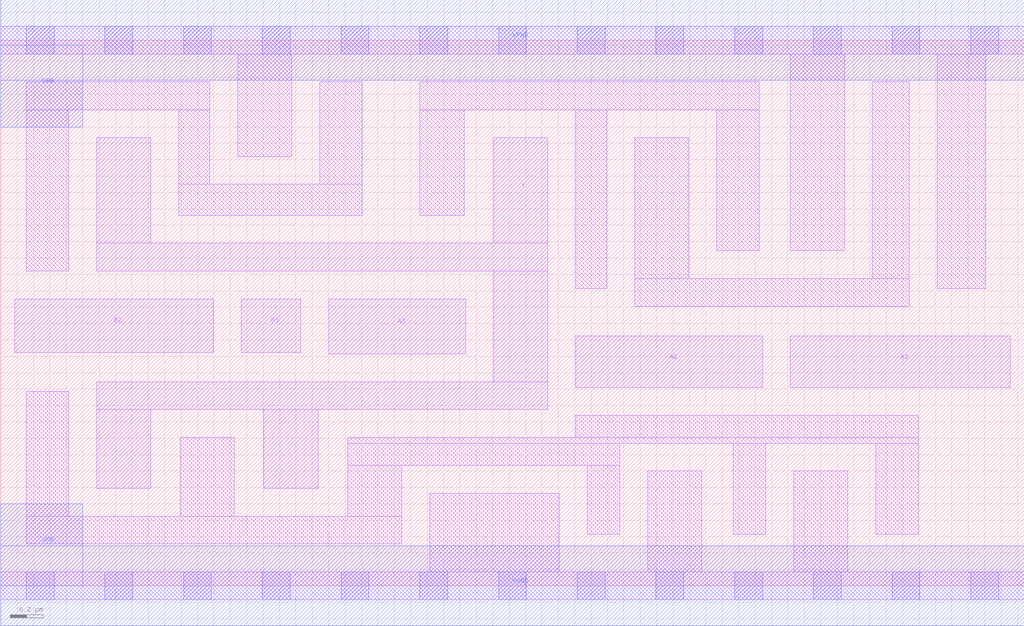
<source format=lef>
# Copyright 2020 The SkyWater PDK Authors
#
# Licensed under the Apache License, Version 2.0 (the "License");
# you may not use this file except in compliance with the License.
# You may obtain a copy of the License at
#
#     https://www.apache.org/licenses/LICENSE-2.0
#
# Unless required by applicable law or agreed to in writing, software
# distributed under the License is distributed on an "AS IS" BASIS,
# WITHOUT WARRANTIES OR CONDITIONS OF ANY KIND, either express or implied.
# See the License for the specific language governing permissions and
# limitations under the License.
#
# SPDX-License-Identifier: Apache-2.0

VERSION 5.5 ;
NAMESCASESENSITIVE ON ;
BUSBITCHARS "[]" ;
DIVIDERCHAR "/" ;
MACRO sky130_fd_sc_lp__o32ai_2
  CLASS CORE ;
  SOURCE USER ;
  ORIGIN  0.000000  0.000000 ;
  SIZE  6.240000 BY  3.330000 ;
  SYMMETRY X Y R90 ;
  SITE unit ;
  PIN A1
    ANTENNAGATEAREA  0.630000 ;
    DIRECTION INPUT ;
    USE SIGNAL ;
    PORT
      LAYER li1 ;
        RECT 4.815000 1.210000 6.155000 1.525000 ;
    END
  END A1
  PIN A2
    ANTENNAGATEAREA  0.630000 ;
    DIRECTION INPUT ;
    USE SIGNAL ;
    PORT
      LAYER li1 ;
        RECT 3.505000 1.210000 4.645000 1.525000 ;
    END
  END A2
  PIN A3
    ANTENNAGATEAREA  0.630000 ;
    DIRECTION INPUT ;
    USE SIGNAL ;
    PORT
      LAYER li1 ;
        RECT 2.000000 1.415000 2.835000 1.750000 ;
    END
  END A3
  PIN B1
    ANTENNAGATEAREA  0.630000 ;
    DIRECTION INPUT ;
    USE SIGNAL ;
    PORT
      LAYER li1 ;
        RECT 1.465000 1.425000 1.830000 1.750000 ;
    END
  END B1
  PIN B2
    ANTENNAGATEAREA  0.630000 ;
    DIRECTION INPUT ;
    USE SIGNAL ;
    PORT
      LAYER li1 ;
        RECT 0.085000 1.425000 1.295000 1.750000 ;
    END
  END B2
  PIN Y
    ANTENNADIFFAREA  1.243200 ;
    DIRECTION OUTPUT ;
    USE SIGNAL ;
    PORT
      LAYER li1 ;
        RECT 0.585000 0.595000 0.915000 1.075000 ;
        RECT 0.585000 1.075000 3.335000 1.245000 ;
        RECT 0.585000 1.920000 3.335000 2.090000 ;
        RECT 0.585000 2.090000 0.915000 2.735000 ;
        RECT 1.605000 0.595000 1.935000 1.075000 ;
        RECT 3.005000 1.245000 3.335000 1.920000 ;
        RECT 3.005000 2.090000 3.335000 2.735000 ;
    END
  END Y
  PIN VGND
    DIRECTION INOUT ;
    USE GROUND ;
    PORT
      LAYER met1 ;
        RECT 0.000000 -0.245000 6.240000 0.245000 ;
    END
  END VGND
  PIN VNB
    DIRECTION INOUT ;
    USE GROUND ;
    PORT
      LAYER met1 ;
        RECT 0.000000 0.000000 0.500000 0.500000 ;
    END
  END VNB
  PIN VPB
    DIRECTION INOUT ;
    USE POWER ;
    PORT
      LAYER met1 ;
        RECT 0.000000 2.800000 0.500000 3.300000 ;
    END
  END VPB
  PIN VPWR
    DIRECTION INOUT ;
    USE POWER ;
    PORT
      LAYER met1 ;
        RECT 0.000000 3.085000 6.240000 3.575000 ;
    END
  END VPWR
  OBS
    LAYER li1 ;
      RECT 0.000000 -0.085000 6.240000 0.085000 ;
      RECT 0.000000  3.245000 6.240000 3.415000 ;
      RECT 0.155000  0.255000 2.445000 0.425000 ;
      RECT 0.155000  0.425000 0.415000 1.185000 ;
      RECT 0.155000  1.920000 0.415000 2.905000 ;
      RECT 0.155000  2.905000 1.275000 3.075000 ;
      RECT 1.085000  2.260000 2.205000 2.450000 ;
      RECT 1.085000  2.450000 1.275000 2.905000 ;
      RECT 1.095000  0.425000 1.425000 0.905000 ;
      RECT 1.445000  2.620000 1.775000 3.245000 ;
      RECT 1.945000  2.450000 2.205000 3.075000 ;
      RECT 2.115000  0.425000 2.445000 0.735000 ;
      RECT 2.115000  0.735000 3.775000 0.870000 ;
      RECT 2.115000  0.870000 5.595000 0.905000 ;
      RECT 2.555000  2.260000 2.825000 2.905000 ;
      RECT 2.555000  2.905000 4.625000 3.075000 ;
      RECT 2.615000  0.085000 3.405000 0.565000 ;
      RECT 3.505000  0.905000 5.595000 1.040000 ;
      RECT 3.505000  1.815000 3.695000 2.905000 ;
      RECT 3.575000  0.315000 3.775000 0.735000 ;
      RECT 3.865000  1.705000 5.540000 1.875000 ;
      RECT 3.865000  1.875000 4.195000 2.735000 ;
      RECT 3.945000  0.085000 4.275000 0.700000 ;
      RECT 4.365000  2.045000 4.625000 2.905000 ;
      RECT 4.465000  0.315000 4.665000 0.870000 ;
      RECT 4.815000  2.045000 5.145000 3.245000 ;
      RECT 4.835000  0.085000 5.165000 0.700000 ;
      RECT 5.315000  1.875000 5.540000 3.075000 ;
      RECT 5.335000  0.315000 5.595000 0.870000 ;
      RECT 5.710000  1.815000 6.005000 3.245000 ;
    LAYER mcon ;
      RECT 0.155000 -0.085000 0.325000 0.085000 ;
      RECT 0.155000  3.245000 0.325000 3.415000 ;
      RECT 0.635000 -0.085000 0.805000 0.085000 ;
      RECT 0.635000  3.245000 0.805000 3.415000 ;
      RECT 1.115000 -0.085000 1.285000 0.085000 ;
      RECT 1.115000  3.245000 1.285000 3.415000 ;
      RECT 1.595000 -0.085000 1.765000 0.085000 ;
      RECT 1.595000  3.245000 1.765000 3.415000 ;
      RECT 2.075000 -0.085000 2.245000 0.085000 ;
      RECT 2.075000  3.245000 2.245000 3.415000 ;
      RECT 2.555000 -0.085000 2.725000 0.085000 ;
      RECT 2.555000  3.245000 2.725000 3.415000 ;
      RECT 3.035000 -0.085000 3.205000 0.085000 ;
      RECT 3.035000  3.245000 3.205000 3.415000 ;
      RECT 3.515000 -0.085000 3.685000 0.085000 ;
      RECT 3.515000  3.245000 3.685000 3.415000 ;
      RECT 3.995000 -0.085000 4.165000 0.085000 ;
      RECT 3.995000  3.245000 4.165000 3.415000 ;
      RECT 4.475000 -0.085000 4.645000 0.085000 ;
      RECT 4.475000  3.245000 4.645000 3.415000 ;
      RECT 4.955000 -0.085000 5.125000 0.085000 ;
      RECT 4.955000  3.245000 5.125000 3.415000 ;
      RECT 5.435000 -0.085000 5.605000 0.085000 ;
      RECT 5.435000  3.245000 5.605000 3.415000 ;
      RECT 5.915000 -0.085000 6.085000 0.085000 ;
      RECT 5.915000  3.245000 6.085000 3.415000 ;
  END
END sky130_fd_sc_lp__o32ai_2

</source>
